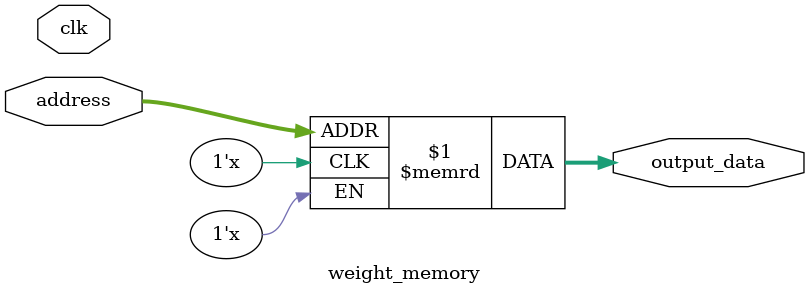
<source format=v>
`timescale 1ns / 1ps


module weight_memory#(
    parameter NUM_WEIGHT                = 3                     ,
    parameter NEURON_NO                 = 5                     ,
    parameter LAYER_NO                  = 1                     ,
    parameter ADDRESS_WIDTH             = 10                    ,
    parameter DATA_WIDTH                = 16                    ,
    parameter WEIGHT_FILE               = "w_1_15.mif"
)(
    input                                               clk                     ,
    input         [ADDRESS_WIDTH - 1 : 0]               address                 ,
    output        [DATA_WIDTH - 1 : 0]                  output_data
    );

    reg [DATA_WIDTH - 1 : 0] memory [NUM_WEIGHT - 1 : 0];

    `ifdef pretrained
        initial
		begin
	        $readmemb(WEIGHT_FILE, memory);
	    end
	`else
		assign output_data = memory[address];
    `endif


endmodule

</source>
